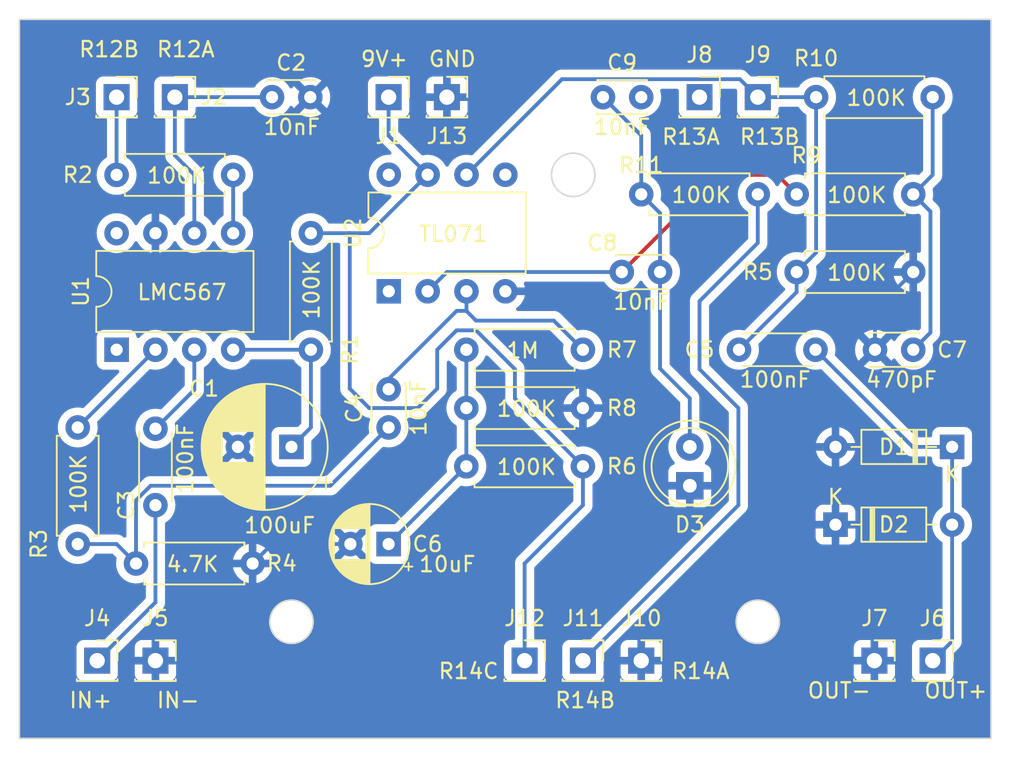
<source format=kicad_pcb>
(kicad_pcb (version 20221018) (generator pcbnew)
  (layers (0 "F.Cu" signal) (31 "B.Cu" signal) (34 "B.Paste" user) (35 "F.Paste" user) (36 "B.SilkS" user "B.Silkscreen") (37 "F.SilkS" user "F.Silkscreen") (38 "B.Mask" user) (39 "F.Mask" user) (44 "Edge.Cuts" user))
  (net 0 "")
  (net 1 "Net-(U1-V+)")
  (net 2 "GND")
  (net 3 "Net-(J2-Pin_1)")
  (net 4 "Net-(J4-Pin_1)")
  (net 5 "Net-(U1-IN)")
  (net 6 "Net-(C4-Pad1)")
  (net 7 "Net-(U2-+)")
  (net 8 "Net-(J9-Pin_1)")
  (net 9 "Net-(D1-K)")
  (net 10 "Net-(C6-Pad1)")
  (net 11 "Net-(C7-Pad2)")
  (net 12 "Net-(U2--)")
  (net 13 "Net-(D3-A)")
  (net 14 "Net-(J8-Pin_1)")
  (net 15 "+9V")
  (net 16 "Net-(J3-Pin_1)")
  (net 17 "Net-(J11-Pin_1)")
  (net 18 "Net-(U1-RT)")
  (net 19 "Net-(U1-LFIL)")
  (footprint "Connector_PinSocket_2.54mm:PinSocket_1x01_P2.54mm_Vertical" (layer "F.Cu") (at 135.89 137.16)
    (fp_text reference "J12" (at 0 -2.77) (layer "F.SilkS"))
    (fp_text value "R14C")
    (pad "1" thru_hole rect (at 0 0) (size 1.7 1.7) (drill 1) (layers "*.Cu" "*.Mask") (net 15 "+9V"))
  )
  (footprint "Resistor_THT:R_Axial_DIN0207_L6.3mm_D2.5mm_P7.62mm_Horizontal" (layer "F.Cu") (at 153.67 111.76)
    (fp_text reference "R5" (at -2.54 0) (layer "F.SilkS"))
    (fp_text value "100K")
    (pad "1" thru_hole circle (at 0 0) (size 1.6 1.6) (drill 0.8) (layers "*.Cu" "*.Mask") (net 8 "Net-(J9-Pin_1)"))
    (pad "2" thru_hole oval (at 7.62 0) (size 1.6 1.6) (drill 0.8) (layers "*.Cu" "*.Mask") (net 2 "GND"))
  )
  (footprint "Connector_PinSocket_2.54mm:PinSocket_1x01_P2.54mm_Vertical" (layer "F.Cu") (at 139.7 137.16)
    (fp_text reference "J11" (at 0 -2.77) (layer "F.SilkS"))
    (fp_text value "R14B")
    (pad "1" thru_hole rect (at 0 0) (size 1.7 1.7) (drill 1) (layers "*.Cu" "*.Mask") (net 17 "Net-(J11-Pin_1)"))
  )
  (footprint "Resistor_THT:R_Axial_DIN0207_L6.3mm_D2.5mm_P7.62mm_Horizontal" (layer "F.Cu") (at 139.7 124.46 180)
    (fp_text reference "R6" (at -2.54 0 180) (layer "F.SilkS"))
    (fp_text value "100K")
    (pad "1" thru_hole circle (at 0 0 180) (size 1.6 1.6) (drill 0.8) (layers "*.Cu" "*.Mask") (net 15 "+9V"))
    (pad "2" thru_hole oval (at 7.62 0 180) (size 1.6 1.6) (drill 0.8) (layers "*.Cu" "*.Mask") (net 10 "Net-(C6-Pad1)"))
  )
  (footprint "Connector_PinSocket_2.54mm:PinSocket_1x01_P2.54mm_Vertical" (layer "F.Cu") (at 111.76 137.16)
    (fp_text reference "J5" (at 0 -2.77) (layer "F.SilkS"))
    (fp_text value "IN-")
    (pad "1" thru_hole rect (at 0 0) (size 1.7 1.7) (drill 1) (layers "*.Cu" "*.Mask") (net 2 "GND"))
  )
  (footprint "Connector_PinSocket_2.54mm:PinSocket_1x01_P2.54mm_Vertical" (layer "F.Cu") (at 147.32 100.33)
    (fp_text reference "J8" (at 0 -2.77) (layer "F.SilkS"))
    (fp_text value "R13A")
    (pad "1" thru_hole rect (at 0 0) (size 1.7 1.7) (drill 1) (layers "*.Cu" "*.Mask") (net 14 "Net-(J8-Pin_1)"))
  )
  (footprint "LED_THT:LED_D5.0mm" (layer "F.Cu") (at 146.685 125.73 90)
    (fp_text reference "D3" (at -2.54 0 180) (layer "F.SilkS"))
    (fp_text value "LED1")
    (pad "1" thru_hole rect (at 0 0 90) (size 1.8 1.8) (drill 0.9) (layers "*.Cu" "*.Mask") (net 2 "GND"))
    (pad "2" thru_hole circle (at 2.54 0 90) (size 1.8 1.8) (drill 0.9) (layers "*.Cu" "*.Mask") (net 13 "Net-(D3-A)"))
  )
  (footprint "Capacitor_THT:C_Disc_D3.0mm_W2.0mm_P2.50mm" (layer "F.Cu") (at 142.24 111.76)
    (fp_text reference "C8" (at -1.27 -1.905) (layer "F.SilkS"))
    (fp_text value "10nF")
    (pad "1" thru_hole circle (at 0 0) (size 1.6 1.6) (drill 0.8) (layers "*.Cu" "*.Mask") (net 12 "Net-(U2--)"))
    (pad "2" thru_hole circle (at 2.5 0) (size 1.6 1.6) (drill 0.8) (layers "*.Cu" "*.Mask") (net 13 "Net-(D3-A)"))
  )
  (footprint "Resistor_THT:R_Axial_DIN0207_L6.3mm_D2.5mm_P7.62mm_Horizontal" (layer "F.Cu") (at 139.7 116.84 180)
    (fp_text reference "R7" (at -2.54 0 180) (layer "F.SilkS"))
    (fp_text value "1M")
    (pad "1" thru_hole circle (at 0 0 180) (size 1.6 1.6) (drill 0.8) (layers "*.Cu" "*.Mask") (net 7 "Net-(U2-+)"))
    (pad "2" thru_hole oval (at 7.62 0 180) (size 1.6 1.6) (drill 0.8) (layers "*.Cu" "*.Mask") (net 10 "Net-(C6-Pad1)"))
  )
  (footprint "Resistor_THT:R_Axial_DIN0207_L6.3mm_D2.5mm_P7.62mm_Horizontal" (layer "F.Cu") (at 106.68 121.92 -90)
    (fp_text reference "R3" (at 7.62 2.54 -90) (layer "F.SilkS"))
    (fp_text value "100K")
    (pad "1" thru_hole circle (at 0 0 270) (size 1.6 1.6) (drill 0.8) (layers "*.Cu" "*.Mask") (net 19 "Net-(U1-LFIL)"))
    (pad "2" thru_hole oval (at 7.62 0 270) (size 1.6 1.6) (drill 0.8) (layers "*.Cu" "*.Mask") (net 6 "Net-(C4-Pad1)"))
  )
  (footprint "Resistor_THT:R_Axial_DIN0207_L6.3mm_D2.5mm_P7.62mm_Horizontal" (layer "F.Cu") (at 153.67 106.68)
    (fp_text reference "R9" (at 0.635 -2.54) (layer "F.SilkS"))
    (fp_text value "100K")
    (pad "1" thru_hole circle (at 0 0) (size 1.6 1.6) (drill 0.8) (layers "*.Cu" "*.Mask") (net 12 "Net-(U2--)"))
    (pad "2" thru_hole oval (at 7.62 0) (size 1.6 1.6) (drill 0.8) (layers "*.Cu" "*.Mask") (net 11 "Net-(C7-Pad2)"))
  )
  (footprint "Capacitor_THT:C_Disc_D3.0mm_W2.0mm_P2.50mm" (layer "F.Cu") (at 127 121.92 90)
    (fp_text reference "C4" (at 1.25 -2.25 90) (layer "F.SilkS"))
    (fp_text value "10nF")
    (pad "1" thru_hole circle (at 0 0 90) (size 1.6 1.6) (drill 0.8) (layers "*.Cu" "*.Mask") (net 6 "Net-(C4-Pad1)"))
    (pad "2" thru_hole circle (at 2.5 0 90) (size 1.6 1.6) (drill 0.8) (layers "*.Cu" "*.Mask") (net 7 "Net-(U2-+)"))
  )
  (footprint "Connector_PinSocket_2.54mm:PinSocket_1x01_P2.54mm_Vertical" (layer "F.Cu") (at 162.56 137.16)
    (fp_text reference "J6" (at 0 -2.77) (layer "F.SilkS"))
    (fp_text value "OUT+")
    (pad "1" thru_hole rect (at 0 0) (size 1.7 1.7) (drill 1) (layers "*.Cu" "*.Mask") (net 9 "Net-(D1-K)"))
  )
  (footprint "Resistor_THT:R_Axial_DIN0207_L6.3mm_D2.5mm_P7.62mm_Horizontal" (layer "F.Cu") (at 132.08 120.65)
    (fp_text reference "R8" (at 10.16 0) (layer "F.SilkS"))
    (fp_text value "100K")
    (pad "1" thru_hole circle (at 0 0) (size 1.6 1.6) (drill 0.8) (layers "*.Cu" "*.Mask") (net 10 "Net-(C6-Pad1)"))
    (pad "2" thru_hole oval (at 7.62 0) (size 1.6 1.6) (drill 0.8) (layers "*.Cu" "*.Mask") (net 2 "GND"))
  )
  (footprint "Diode_THT:D_DO-35_SOD27_P7.62mm_Horizontal" (layer "F.Cu") (at 156.21 128.27)
    (fp_text reference "D2" (at 3.81 0) (layer "F.SilkS"))
    (fp_text value "1N34N")
    (fp_text user "K" (at 0 -1.8) (layer "F.SilkS"))
    (pad "1" thru_hole rect (at 0 0) (size 1.6 1.6) (drill 0.8) (layers "*.Cu" "*.Mask") (net 2 "GND"))
    (pad "2" thru_hole oval (at 7.62 0) (size 1.6 1.6) (drill 0.8) (layers "*.Cu" "*.Mask") (net 9 "Net-(D1-K)"))
  )
  (footprint "Connector_PinSocket_2.54mm:PinSocket_1x01_P2.54mm_Vertical" (layer "F.Cu") (at 113.03 100.33)
    (fp_text reference "J2" (at 2.54 0) (layer "F.SilkS"))
    (fp_text value "R12A")
    (pad "1" thru_hole rect (at 0 0) (size 1.7 1.7) (drill 1) (layers "*.Cu" "*.Mask") (net 3 "Net-(J2-Pin_1)"))
  )
  (footprint "Capacitor_THT:C_Disc_D3.0mm_W2.0mm_P2.50mm" (layer "F.Cu") (at 119.38 100.33)
    (fp_text reference "C2" (at 1.25 -2.25) (layer "F.SilkS"))
    (fp_text value "10nF")
    (pad "1" thru_hole circle (at 0 0) (size 1.6 1.6) (drill 0.8) (layers "*.Cu" "*.Mask") (net 3 "Net-(J2-Pin_1)"))
    (pad "2" thru_hole circle (at 2.5 0) (size 1.6 1.6) (drill 0.8) (layers "*.Cu" "*.Mask") (net 2 "GND"))
  )
  (footprint "Capacitor_THT:CP_Radial_D5.0mm_P2.50mm" (layer "F.Cu") (at 127 129.54 180)
    (fp_text reference "C6" (at -2.54 0) (layer "F.SilkS"))
    (fp_text value "10uF")
    (pad "1" thru_hole rect (at 0 0 180) (size 1.6 1.6) (drill 0.8) (layers "*.Cu" "*.Mask") (net 10 "Net-(C6-Pad1)"))
    (pad "2" thru_hole circle (at 2.5 0 180) (size 1.6 1.6) (drill 0.8) (layers "*.Cu" "*.Mask") (net 2 "GND"))
  )
  (footprint "Package_DIP:DIP-8_W7.62mm" (layer "F.Cu") (at 109.22 116.84 90)
    (fp_text reference "U1" (at 3.81 -2.33 90) (layer "F.SilkS"))
    (fp_text value "LMC567N")
    (pad "1" thru_hole rect (at 0 0 90) (size 1.6 1.6) (drill 0.8) (layers "*.Cu" "*.Mask"))
    (pad "2" thru_hole oval (at 0 2.54 90) (size 1.6 1.6) (drill 0.8) (layers "*.Cu" "*.Mask") (net 19 "Net-(U1-LFIL)"))
    (pad "3" thru_hole oval (at 0 5.08 90) (size 1.6 1.6) (drill 0.8) (layers "*.Cu" "*.Mask") (net 5 "Net-(U1-IN)"))
    (pad "4" thru_hole oval (at 0 7.62 90) (size 1.6 1.6) (drill 0.8) (layers "*.Cu" "*.Mask") (net 1 "Net-(U1-V+)"))
    (pad "5" thru_hole oval (at 7.62 7.62 90) (size 1.6 1.6) (drill 0.8) (layers "*.Cu" "*.Mask") (net 18 "Net-(U1-RT)"))
    (pad "6" thru_hole oval (at 7.62 5.08 90) (size 1.6 1.6) (drill 0.8) (layers "*.Cu" "*.Mask") (net 3 "Net-(J2-Pin_1)"))
    (pad "7" thru_hole oval (at 7.62 2.54 90) (size 1.6 1.6) (drill 0.8) (layers "*.Cu" "*.Mask") (net 2 "GND"))
    (pad "8" thru_hole oval (at 7.62 0 90) (size 1.6 1.6) (drill 0.8) (layers "*.Cu" "*.Mask"))
  )
  (footprint "Connector_PinSocket_2.54mm:PinSocket_1x01_P2.54mm_Vertical" (layer "F.Cu") (at 158.75 137.16)
    (fp_text reference "J7" (at 0 -2.77) (layer "F.SilkS"))
    (fp_text value "OUT-")
    (pad "1" thru_hole rect (at 0 0) (size 1.7 1.7) (drill 1) (layers "*.Cu" "*.Mask") (net 2 "GND"))
  )
  (footprint "Connector_PinSocket_2.54mm:PinSocket_1x01_P2.54mm_Vertical" (layer "F.Cu") (at 127 100.33)
    (fp_text reference "J1" (at 0 2.54) (layer "F.SilkS"))
    (fp_text value "9V+")
    (pad "1" thru_hole rect (at 0 0) (size 1.7 1.7) (drill 1) (layers "*.Cu" "*.Mask") (net 15 "+9V"))
  )
  (footprint "Diode_THT:D_DO-35_SOD27_P7.62mm_Horizontal" (layer "F.Cu") (at 163.83 123.19 180)
    (fp_text reference "D1" (at 3.81 0) (layer "F.SilkS"))
    (fp_text value "1N34N")
    (fp_text user "K" (at 0 -1.8) (layer "F.SilkS"))
    (pad "1" thru_hole rect (at 0 0 180) (size 1.6 1.6) (drill 0.8) (layers "*.Cu" "*.Mask") (net 9 "Net-(D1-K)"))
    (pad "2" thru_hole oval (at 7.62 0 180) (size 1.6 1.6) (drill 0.8) (layers "*.Cu" "*.Mask") (net 2 "GND"))
  )
  (footprint "Connector_PinSocket_2.54mm:PinSocket_1x01_P2.54mm_Vertical" (layer "F.Cu") (at 143.51 137.16)
    (fp_text reference "J10" (at 0 -2.77) (layer "F.SilkS"))
    (fp_text value "R14A")
    (pad "1" thru_hole rect (at 0 0) (size 1.7 1.7) (drill 1) (layers "*.Cu" "*.Mask") (net 2 "GND"))
  )
  (footprint "Capacitor_THT:C_Disc_D4.3mm_W1.9mm_P5.00mm" (layer "F.Cu") (at 111.76 127 90)
    (fp_text reference "C3" (at 0 -1.905 90) (layer "F.SilkS"))
    (fp_text value "100nF")
    (pad "1" thru_hole circle (at 0 0 90) (size 1.6 1.6) (drill 0.8) (layers "*.Cu" "*.Mask") (net 4 "Net-(J4-Pin_1)"))
    (pad "2" thru_hole circle (at 5 0 90) (size 1.6 1.6) (drill 0.8) (layers "*.Cu" "*.Mask") (net 5 "Net-(U1-IN)"))
  )
  (footprint "Resistor_THT:R_Axial_DIN0207_L6.3mm_D2.5mm_P7.62mm_Horizontal" (layer "F.Cu") (at 121.92 116.84 90)
    (fp_text reference "R1" (at 0 2.54 90) (layer "F.SilkS"))
    (fp_text value "100K")
    (pad "1" thru_hole circle (at 0 0 90) (size 1.6 1.6) (drill 0.8) (layers "*.Cu" "*.Mask") (net 1 "Net-(U1-V+)"))
    (pad "2" thru_hole oval (at 7.62 0 90) (size 1.6 1.6) (drill 0.8) (layers "*.Cu" "*.Mask") (net 15 "+9V"))
  )
  (footprint "Connector_PinSocket_2.54mm:PinSocket_1x01_P2.54mm_Vertical" (layer "F.Cu") (at 107.95 137.16)
    (fp_text reference "J4" (at 0 -2.77) (layer "F.SilkS"))
    (fp_text value "IN+")
    (pad "1" thru_hole rect (at 0 0) (size 1.7 1.7) (drill 1) (layers "*.Cu" "*.Mask") (net 4 "Net-(J4-Pin_1)"))
  )
  (footprint "Capacitor_THT:CP_Radial_D8.0mm_P3.50mm" (layer "F.Cu") (at 120.65 123.19 180)
    (fp_text reference "C1" (at 5.715 3.81) (layer "F.SilkS"))
    (fp_text value "100uF")
    (pad "1" thru_hole rect (at 0 0 180) (size 1.6 1.6) (drill 0.8) (layers "*.Cu" "*.Mask") (net 1 "Net-(U1-V+)"))
    (pad "2" thru_hole circle (at 3.5 0 180) (size 1.6 1.6) (drill 0.8) (layers "*.Cu" "*.Mask") (net 2 "GND"))
  )
  (footprint "Capacitor_THT:C_Disc_D4.3mm_W1.9mm_P5.00mm" (layer "F.Cu") (at 149.9 116.84)
    (fp_text reference "C5" (at -2.58 0) (layer "F.SilkS"))
    (fp_text value "100nF")
    (pad "1" thru_hole circle (at 0 0) (size 1.6 1.6) (drill 0.8) (layers "*.Cu" "*.Mask") (net 8 "Net-(J9-Pin_1)"))
    (pad "2" thru_hole circle (at 5 0) (size 1.6 1.6) (drill 0.8) (layers "*.Cu" "*.Mask") (net 9 "Net-(D1-K)"))
  )
  (footprint "Capacitor_THT:C_Disc_D3.0mm_W2.0mm_P2.50mm" (layer "F.Cu") (at 141.01 100.33)
    (fp_text reference "C9" (at 1.25 -2.25) (layer "F.SilkS"))
    (fp_text value "10nF")
    (pad "1" thru_hole circle (at 0 0) (size 1.6 1.6) (drill 0.8) (layers "*.Cu" "*.Mask") (net 13 "Net-(D3-A)"))
    (pad "2" thru_hole circle (at 2.5 0) (size 1.6 1.6) (drill 0.8) (layers "*.Cu" "*.Mask") (net 14 "Net-(J8-Pin_1)"))
  )
  (footprint "Capacitor_THT:C_Disc_D3.0mm_W2.0mm_P2.50mm" (layer "F.Cu") (at 158.79 116.84)
    (fp_text reference "C7" (at 5.04 0) (layer "F.SilkS"))
    (fp_text value "470pF")
    (pad "1" thru_hole circle (at 0 0) (size 1.6 1.6) (drill 0.8) (layers "*.Cu" "*.Mask") (net 2 "GND"))
    (pad "2" thru_hole circle (at 2.5 0) (size 1.6 1.6) (drill 0.8) (layers "*.Cu" "*.Mask") (net 11 "Net-(C7-Pad2)"))
  )
  (footprint "Package_DIP:DIP-8_W7.62mm" (layer "F.Cu") (at 127.01 113.02 90)
    (fp_text reference "U2" (at 3.81 -2.33 90) (layer "F.SilkS"))
    (fp_text value "TL071")
    (pad "1" thru_hole rect (at 0 0 90) (size 1.6 1.6) (drill 0.8) (layers "*.Cu" "*.Mask"))
    (pad "2" thru_hole oval (at 0 2.54 90) (size 1.6 1.6) (drill 0.8) (layers "*.Cu" "*.Mask") (net 12 "Net-(U2--)"))
    (pad "3" thru_hole oval (at 0 5.08 90) (size 1.6 1.6) (drill 0.8) (layers "*.Cu" "*.Mask") (net 7 "Net-(U2-+)"))
    (pad "4" thru_hole oval (at 0 7.62 90) (size 1.6 1.6) (drill 0.8) (layers "*.Cu" "*.Mask") (net 2 "GND"))
    (pad "5" thru_hole oval (at 7.62 7.62 90) (size 1.6 1.6) (drill 0.8) (layers "*.Cu" "*.Mask"))
    (pad "6" thru_hole oval (at 7.62 5.08 90) (size 1.6 1.6) (drill 0.8) (layers "*.Cu" "*.Mask") (net 8 "Net-(J9-Pin_1)"))
    (pad "7" thru_hole oval (at 7.62 2.54 90) (size 1.6 1.6) (drill 0.8) (layers "*.Cu" "*.Mask") (net 15 "+9V"))
    (pad "8" thru_hole oval (at 7.62 0 90) (size 1.6 1.6) (drill 0.8) (layers "*.Cu" "*.Mask"))
  )
  (footprint "Connector_PinSocket_2.54mm:PinSocket_1x01_P2.54mm_Vertical" (layer "F.Cu") (at 130.81 100.33)
    (fp_text reference "J13" (at 0 2.54) (layer "F.SilkS"))
    (fp_text value "GND")
    (pad "1" thru_hole rect (at 0 0) (size 1.7 1.7) (drill 1) (layers "*.Cu" "*.Mask") (net 2 "GND"))
  )
  (footprint "Resistor_THT:R_Axial_DIN0207_L6.3mm_D2.5mm_P7.62mm_Horizontal" (layer "F.Cu") (at 116.84 105.41 180)
    (fp_text reference "R2" (at 10.16 0 180) (layer "F.SilkS"))
    (fp_text value "10K")
    (pad "1" thru_hole circle (at 0 0 180) (size 1.6 1.6) (drill 0.8) (layers "*.Cu" "*.Mask") (net 18 "Net-(U1-RT)"))
    (pad "2" thru_hole oval (at 7.62 0 180) (size 1.6 1.6) (drill 0.8) (layers "*.Cu" "*.Mask") (net 16 "Net-(J3-Pin_1)"))
  )
  (footprint "Connector_PinSocket_2.54mm:PinSocket_1x01_P2.54mm_Vertical" (layer "F.Cu") (at 151.13 100.33)
    (fp_text reference "J9" (at 0 -2.77) (layer "F.SilkS"))
    (fp_text value "R13B")
    (pad "1" thru_hole rect (at 0 0) (size 1.7 1.7) (drill 1) (layers "*.Cu" "*.Mask") (net 8 "Net-(J9-Pin_1)"))
  )
  (footprint "Resistor_THT:R_Axial_DIN0207_L6.3mm_D2.5mm_P7.62mm_Horizontal" (layer "F.Cu") (at 110.49 130.81)
    (fp_text reference "R4" (at 9.525 0) (layer "F.SilkS"))
    (fp_text value "4.7K")
    (pad "1" thru_hole circle (at 0 0) (size 1.6 1.6) (drill 0.8) (layers "*.Cu" "*.Mask") (net 6 "Net-(C4-Pad1)"))
    (pad "2" thru_hole oval (at 7.62 0) (size 1.6 1.6) (drill 0.8) (layers "*.Cu" "*.Mask") (net 2 "GND"))
  )
  (footprint "Connector_PinSocket_2.54mm:PinSocket_1x01_P2.54mm_Vertical" (layer "F.Cu") (at 109.22 100.33)
    (fp_text reference "J3" (at -2.54 0) (layer "F.SilkS"))
    (fp_text value "R12B")
    (pad "1" thru_hole rect (at 0 0) (size 1.7 1.7) (drill 1) (layers "*.Cu" "*.Mask") (net 16 "Net-(J3-Pin_1)"))
  )
  (footprint "Resistor_THT:R_Axial_DIN0207_L6.3mm_D2.5mm_P7.62mm_Horizontal" (layer "F.Cu") (at 143.51 106.68)
    (fp_text reference "R11" (at 0 -1.905) (layer "F.SilkS"))
    (fp_text value "100K")
    (pad "1" thru_hole circle (at 0 0) (size 1.6 1.6) (drill 0.8) (layers "*.Cu" "*.Mask") (net 13 "Net-(D3-A)"))
    (pad "2" thru_hole oval (at 7.62 0) (size 1.6 1.6) (drill 0.8) (layers "*.Cu" "*.Mask") (net 17 "Net-(J11-Pin_1)"))
  )
  (footprint "Resistor_THT:R_Axial_DIN0207_L6.3mm_D2.5mm_P7.62mm_Horizontal" (layer "F.Cu") (at 162.56 100.33 180)
    (fp_text reference "R10" (at 7.62 2.54 180) (layer "F.SilkS"))
    (fp_text value "100K")
    (pad "1" thru_hole circle (at 0 0 180) (size 1.6 1.6) (drill 0.8) (layers "*.Cu" "*.Mask") (net 11 "Net-(C7-Pad2)"))
    (pad "2" thru_hole oval (at 7.62 0 180) (size 1.6 1.6) (drill 0.8) (layers "*.Cu" "*.Mask") (net 8 "Net-(J9-Pin_1)"))
  )
  (gr_rect (start 102.87 95.25) (end 166.37 142.24) (stroke (width 0.1)) (fill none) (layer "Edge.Cuts"))
  (gr_circle (center 120.65 134.62) (end 122.069903 134.62) (stroke (width 0.1)) (fill none) (layer "Edge.Cuts"))
  (gr_circle (center 139.065 105.41) (end 140.484903 105.41) (stroke (width 0.1)) (fill none) (layer "Edge.Cuts"))
  (gr_circle (center 151.13 134.62) (end 152.549903 134.62) (stroke (width 0.1)) (fill none) (layer "Edge.Cuts"))
  (gr_text "100K" (at 133.985 121.285) (layer "F.SilkS") (effects (font (size 1 1)) (justify left bottom)))
  (gr_text "100nF" (at 114.3 126.365 90) (layer "F.SilkS") (effects (font (size 1 1)) (justify left bottom)))
  (gr_text "10nF" (at 140.335 102.87) (layer "F.SilkS") (effects (font (size 1 1)) (justify left bottom)))
  (gr_text "R12A" (at 111.76 97.79) (layer "F.SilkS") (effects (font (size 1 1)) (justify left bottom)))
  (gr_text "10nF" (at 141.605 114.3) (layer "F.SilkS") (effects (font (size 1 1)) (justify left bottom)))
  (gr_text "100K" (at 133.985 125.095) (layer "F.SilkS") (effects (font (size 1 1)) (justify left bottom)))
  (gr_text "100K" (at 107.315 127.635 90) (layer "F.SilkS") (effects (font (size 1 1)) (justify left bottom)))
  (gr_text "100K" (at 156.845 100.965) (layer "F.SilkS") (effects (font (size 1 1)) (justify left bottom)))
  (gr_text "OUT-" (at 154.305 139.7) (layer "F.SilkS") (effects (font (size 1 1)) (justify left bottom)))
  (gr_text "100uF" (at 117.475 128.905) (layer "F.SilkS") (effects (font (size 1 1)) (justify left bottom)))
  (gr_text "R14C" (at 130.175 138.43) (layer "F.SilkS") (effects (font (size 1 1)) (justify left bottom)))
  (gr_text "OUT+" (at 161.925 139.7) (layer "F.SilkS") (effects (font (size 1 1)) (justify left bottom)))
  (gr_text "100K" (at 155.575 107.315) (layer "F.SilkS") (effects (font (size 1 1)) (justify left bottom)))
  (gr_text "10nF" (at 118.745 102.87) (layer "F.SilkS") (effects (font (size 1 1)) (justify left bottom)))
  (gr_text "100K" (at 111.125 106.045) (layer "F.SilkS") (effects (font (size 1 1)) (justify left bottom)))
  (gr_text "R14A" (at 145.415 138.43) (layer "F.SilkS") (effects (font (size 1 1)) (justify left bottom)))
  (gr_text "100K" (at 145.415 107.315) (layer "F.SilkS") (effects (font (size 1 1)) (justify left bottom)))
  (gr_text "100nF\n" (at 149.86 119.38) (layer "F.SilkS") (effects (font (size 1 1)) (justify left bottom)))
  (gr_text "IN+" (at 106.045 140.335) (layer "F.SilkS") (effects (font (size 1 1)) (justify left bottom)))
  (gr_text "R14B" (at 137.795 140.335) (layer "F.SilkS") (effects (font (size 1 1)) (justify left bottom)))
  (gr_text "TL071" (at 128.905 109.855) (layer "F.SilkS") (effects (font (size 1 1)) (justify left bottom)))
  (gr_text "GND" (at 129.54 98.425) (layer "F.SilkS") (effects (font (size 1 1)) (justify left bottom)))
  (gr_text "9V+" (at 125.095 98.425) (layer "F.SilkS") (effects (font (size 1 1)) (justify left bottom)))
  (gr_text "R12B" (at 106.68 97.79) (layer "F.SilkS") (effects (font (size 1 1)) (justify left bottom)))
  (gr_text "LMC567" (at 110.49 113.665) (layer "F.SilkS") (effects (font (size 1 1)) (justify left bottom)))
  (gr_text "4.7K" (at 112.395 131.445) (layer "F.SilkS") (effects (font (size 1 1)) (justify left bottom)))
  (gr_text "IN-" (at 111.76 140.335) (layer "F.SilkS") (effects (font (size 1 1)) (justify left bottom)))
  (gr_text "1M" (at 134.62 117.475) (layer "F.SilkS") (effects (font (size 1 1)) (justify left bottom)))
  (gr_text "10nF" (at 129.54 122.555 90) (layer "F.SilkS") (effects (font (size 1 1)) (justify left bottom)))
  (gr_text "470pF\n" (at 158.115 119.38) (layer "F.SilkS") (effects (font (size 1 1)) (justify left bottom)))
  (gr_text "10uF" (at 128.905 131.445) (layer "F.SilkS") (effects (font (size 1 1)) (justify left bottom)))
  (gr_text "100K" (at 155.575 112.395) (layer "F.SilkS") (effects (font (size 1 1)) (justify left bottom)))
  (gr_text "R13A" (at 144.78 103.505) (layer "F.SilkS") (effects (font (size 1 1)) (justify left bottom)))
  (gr_text "R13B" (at 149.86 103.505) (layer "F.SilkS") (effects (font (size 1 1)) (justify left bottom)))
  (gr_text "100K" (at 122.555 114.935 90) (layer "F.SilkS") (effects (font (size 1 1)) (justify left bottom)))
  (segment (start 116.84 116.84) (end 121.92 116.84) (width 0.25) (layer "B.Cu") (net 1))
  (segment (start 121.92 116.84) (end 121.92 121.92) (width 0.25) (layer "B.Cu") (net 1))
  (segment (start 121.92 121.92) (end 120.65 123.19) (width 0.25) (layer "B.Cu") (net 1))
  (segment (start 124.5 129.54) (end 119.38 129.54) (width 0.25) (layer "B.Cu") (net 2))
  (segment (start 158.79 114.26) (end 161.29 111.76) (width 0.25) (layer "B.Cu") (net 2))
  (segment (start 158.79 116.84) (end 158.79 114.26) (width 0.25) (layer "B.Cu") (net 2))
  (segment (start 119.38 129.54) (end 118.11 130.81) (width 0.25) (layer "B.Cu") (net 2))
  (segment (start 114.3 105.41) (end 114.3 109.22) (width 0.25) (layer "B.Cu") (net 3))
  (segment (start 113.03 104.14) (end 114.3 105.41) (width 0.25) (layer "B.Cu") (net 3))
  (segment (start 113.03 100.33) (end 119.38 100.33) (width 0.25) (layer "B.Cu") (net 3))
  (segment (start 113.03 100.33) (end 113.03 104.14) (width 0.25) (layer "B.Cu") (net 3))
  (segment (start 111.76 127) (end 111.76 133.35) (width 0.25) (layer "B.Cu") (net 4))
  (segment (start 111.76 133.35) (end 107.95 137.16) (width 0.25) (layer "B.Cu") (net 4))
  (segment (start 114.3 119.46) (end 111.76 122) (width 0.25) (layer "B.Cu") (net 5))
  (segment (start 114.3 116.84) (end 114.3 119.46) (width 0.25) (layer "B.Cu") (net 5))
  (segment (start 123.19 125.73) (end 127 121.92) (width 0.25) (layer "B.Cu") (net 6))
  (segment (start 106.68 129.54) (end 109.22 129.54) (width 0.25) (layer "B.Cu") (net 6))
  (segment (start 110.49 126.679009) (end 111.439009 125.73) (width 0.25) (layer "B.Cu") (net 6))
  (segment (start 110.49 130.81) (end 110.49 126.679009) (width 0.25) (layer "B.Cu") (net 6))
  (segment (start 111.439009 125.73) (end 123.19 125.73) (width 0.25) (layer "B.Cu") (net 6))
  (segment (start 109.22 129.54) (end 110.49 130.81) (width 0.25) (layer "B.Cu") (net 6))
  (segment (start 137.795 114.935) (end 139.7 116.84) (width 0.25) (layer "B.Cu") (net 7))
  (segment (start 132.09 114.29) (end 132.09 113.02) (width 0.25) (layer "B.Cu") (net 7))
  (segment (start 132.715 114.935) (end 137.795 114.935) (width 0.25) (layer "B.Cu") (net 7))
  (segment (start 132.08 114.3) (end 132.09 114.29) (width 0.25) (layer "B.Cu") (net 7))
  (segment (start 127 118.745) (end 131.445 114.3) (width 0.25) (layer "B.Cu") (net 7))
  (segment (start 131.445 114.3) (end 132.08 114.3) (width 0.25) (layer "B.Cu") (net 7))
  (segment (start 132.08 114.3) (end 132.715 114.935) (width 0.25) (layer "B.Cu") (net 7))
  (segment (start 127 119.42) (end 127 118.745) (width 0.25) (layer "B.Cu") (net 7))
  (segment (start 153.67 111.76) (end 153.67 113.07) (width 0.25) (layer "B.Cu") (net 8))
  (segment (start 151.13 100.33) (end 154.94 100.33) (width 0.25) (layer "B.Cu") (net 8))
  (segment (start 154.94 110.49) (end 153.67 111.76) (width 0.25) (layer "B.Cu") (net 8))
  (segment (start 154.94 100.33) (end 154.94 110.49) (width 0.25) (layer "B.Cu") (net 8))
  (segment (start 138.335 99.155) (end 149.955 99.155) (width 0.25) (layer "B.Cu") (net 8))
  (segment (start 153.67 113.07) (end 149.9 116.84) (width 0.25) (layer "B.Cu") (net 8))
  (segment (start 132.09 105.4) (end 138.335 99.155) (width 0.25) (layer "B.Cu") (net 8))
  (segment (start 149.955 99.155) (end 151.13 100.33) (width 0.25) (layer "B.Cu") (net 8))
  (segment (start 163.83 135.89) (end 162.56 137.16) (width 0.25) (layer "B.Cu") (net 9))
  (segment (start 154.9 116.84) (end 161.25 123.19) (width 0.25) (layer "B.Cu") (net 9))
  (segment (start 161.25 123.19) (end 163.83 123.19) (width 0.25) (layer "B.Cu") (net 9))
  (segment (start 163.83 123.19) (end 163.83 128.27) (width 0.25) (layer "B.Cu") (net 9))
  (segment (start 163.83 128.27) (end 163.83 135.89) (width 0.25) (layer "B.Cu") (net 9))
  (segment (start 132.08 124.46) (end 132.08 120.65) (width 0.25) (layer "B.Cu") (net 10))
  (segment (start 132.08 120.65) (end 132.08 116.84) (width 0.25) (layer "B.Cu") (net 10))
  (segment (start 127 129.54) (end 132.08 124.46) (width 0.25) (layer "B.Cu") (net 10))
  (segment (start 162.56 100.33) (end 162.56 105.41) (width 0.25) (layer "B.Cu") (net 11))
  (segment (start 162.56 105.41) (end 161.29 106.68) (width 0.25) (layer "B.Cu") (net 11))
  (segment (start 162.415 115.715) (end 161.29 116.84) (width 0.25) (layer "B.Cu") (net 11))
  (segment (start 161.29 106.68) (end 162.415 107.805) (width 0.25) (layer "B.Cu") (net 11))
  (segment (start 162.415 107.805) (end 162.415 115.715) (width 0.25) (layer "B.Cu") (net 11))
  (segment (start 152.4 105.41) (end 148.59 105.41) (width 0.25) (layer "F.Cu") (net 12))
  (segment (start 153.67 106.68) (end 152.4 105.41) (width 0.25) (layer "F.Cu") (net 12))
  (segment (start 148.59 105.41) (end 142.24 111.76) (width 0.25) (layer "F.Cu") (net 12))
  (segment (start 129.55 113.02) (end 130.81 111.76) (width 0.25) (layer "B.Cu") (net 12))
  (segment (start 130.81 111.76) (end 142.24 111.76) (width 0.25) (layer "B.Cu") (net 12))
  (segment (start 143.51 106.68) (end 143.51 102.83) (width 0.25) (layer "B.Cu") (net 13))
  (segment (start 143.51 102.83) (end 141.01 100.33) (width 0.25) (layer "B.Cu") (net 13))
  (segment (start 146.685 123.19) (end 146.685 120.015) (width 0.25) (layer "B.Cu") (net 13))
  (segment (start 146.685 120.015) (end 144.74 118.07) (width 0.25) (layer "B.Cu") (net 13))
  (segment (start 144.74 107.91) (end 143.51 106.68) (width 0.25) (layer "B.Cu") (net 13))
  (segment (start 144.74 111.76) (end 144.74 107.91) (width 0.25) (layer "B.Cu") (net 13))
  (segment (start 144.74 118.07) (end 144.74 111.76) (width 0.25) (layer "B.Cu") (net 13))
  (segment (start 135.255 118.11) (end 132.715 115.57) (width 0.25) (layer "B.Cu") (net 15))
  (segment (start 128.905 120.65) (end 125.73 120.65) (width 0.25) (layer "B.Cu") (net 15))
  (segment (start 129.55 105.4) (end 125.73 109.22) (width 0.25) (layer "B.Cu") (net 15))
  (segment (start 127 102.85) (end 129.55 105.4) (width 0.25) (layer "B.Cu") (net 15))
  (segment (start 124.46 109.22) (end 121.92 109.22) (width 0.25) (layer "B.Cu") (net 15))
  (segment (start 139.7 127) (end 135.89 130.81) (width 0.25) (layer "B.Cu") (net 15))
  (segment (start 135.255 120.015) (end 135.255 118.11) (width 0.25) (layer "B.Cu") (net 15))
  (segment (start 125.73 109.22) (end 124.46 109.22) (width 0.25) (layer "B.Cu") (net 15))
  (segment (start 124.46 119.38) (end 124.46 109.22) (width 0.25) (layer "B.Cu") (net 15))
  (segment (start 127 100.33) (end 127 102.85) (width 0.25) (layer "B.Cu") (net 15))
  (segment (start 130.175 119.38) (end 128.905 120.65) (width 0.25) (layer "B.Cu") (net 15))
  (segment (start 139.7 124.46) (end 135.255 120.015) (width 0.25) (layer "B.Cu") (net 15))
  (segment (start 131.445 115.57) (end 130.175 116.84) (width 0.25) (layer "B.Cu") (net 15))
  (segment (start 125.73 120.65) (end 124.46 119.38) (width 0.25) (layer "B.Cu") (net 15))
  (segment (start 135.89 130.81) (end 135.89 137.16) (width 0.25) (layer "B.Cu") (net 15))
  (segment (start 130.175 116.84) (end 130.175 119.38) (width 0.25) (layer "B.Cu") (net 15))
  (segment (start 132.715 115.57) (end 131.445 115.57) (width 0.25) (layer "B.Cu") (net 15))
  (segment (start 139.7 124.46) (end 139.7 127) (width 0.25) (layer "B.Cu") (net 15))
  (segment (start 109.22 100.33) (end 109.22 105.41) (width 0.25) (layer "B.Cu") (net 16))
  (segment (start 147.32 118.11) (end 147.32 113.665) (width 0.25) (layer "B.Cu") (net 17))
  (segment (start 149.86 120.65) (end 147.32 118.11) (width 0.25) (layer "B.Cu") (net 17))
  (segment (start 147.32 113.665) (end 151.13 109.855) (width 0.25) (layer "B.Cu") (net 17))
  (segment (start 151.13 109.855) (end 151.13 106.68) (width 0.25) (layer "B.Cu") (net 17))
  (segment (start 139.7 137.16) (end 149.86 127) (width 0.25) (layer "B.Cu") (net 17))
  (segment (start 149.86 127) (end 149.86 120.65) (width 0.25) (layer "B.Cu") (net 17))
  (segment (start 116.84 109.22) (end 116.84 105.41) (width 0.25) (layer "B.Cu") (net 18))
  (segment (start 111.76 116.84) (end 106.68 121.92) (width 0.25) (layer "B.Cu") (net 19))
  (zone (net 2) (net_name "GND") (layer "B.Cu") (connect_pads (clearance 0.5)) (min_thickness 0.25) (fill yes (thermal_gap 0.5) (thermal_bridge_width 0.5))
    (polygon (pts (xy 101.6 93.98) (xy 167.64 93.98) (xy 167.64 143.51) (xy 101.6 143.51)))
  )
)
</source>
